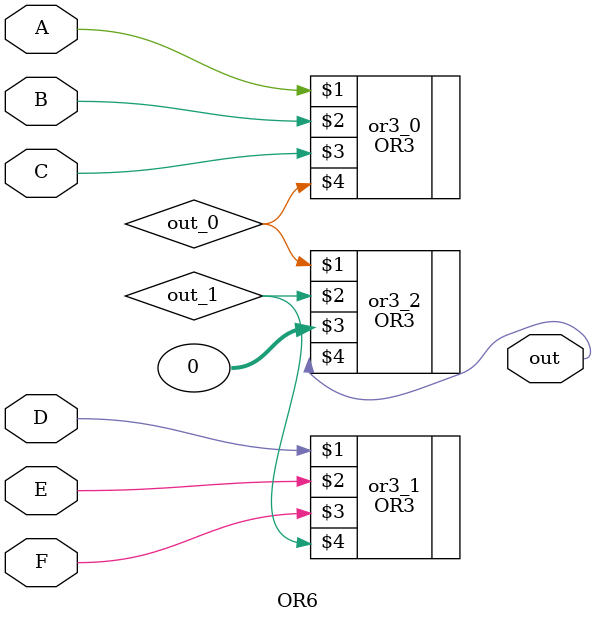
<source format=v>
module OR6 (
    input  A,
    B,
    C,
    D,
    E,
    F,
    output out
);
  wire out_0;
  wire out_1;
  OR3 or3_0 (
      A,
      B,
      C,
      out_0
  );
  OR3 or3_1 (
      D,
      E,
      F,
      out_1
  );
  OR3 or3_2 (
      out_0,
      out_1,
      0,
      out
  );

endmodule

</source>
